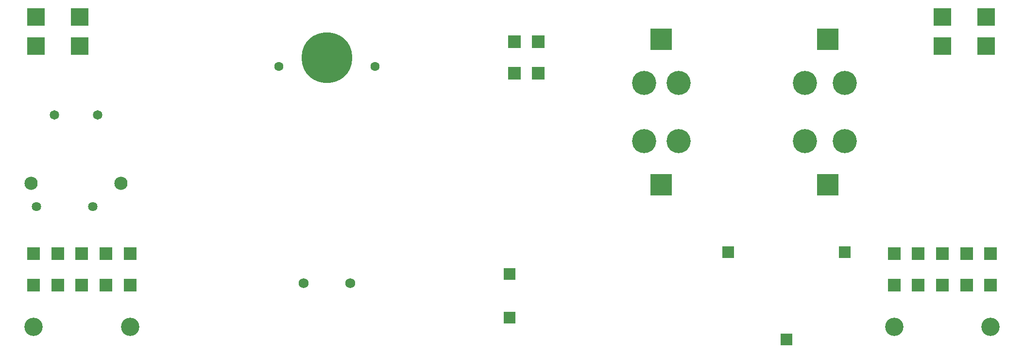
<source format=gbs>
G04 EAGLE Gerber RS-274X export*
G75*
%MOMM*%
%FSLAX34Y34*%
%LPD*%
%INSoldermask Bottom*%
%IPPOS*%
%AMOC8*
5,1,8,0,0,1.08239X$1,22.5*%
G01*
%ADD10C,1.727200*%
%ADD11C,1.600200*%
%ADD12C,8.839200*%
%ADD13R,2.303200X2.303200*%
%ADD14C,3.203200*%
%ADD15C,1.653200*%
%ADD16C,2.303200*%
%ADD17C,1.633200*%
%ADD18R,2.108200X2.108200*%
%ADD19R,3.060700X3.060700*%
%ADD20C,4.203200*%
%ADD21R,3.759200X3.759200*%


D10*
X496860Y130900D03*
X578140Y130900D03*
D11*
X453680Y509360D03*
X621320Y509360D03*
D12*
X537500Y524600D03*
D13*
X194000Y127900D03*
X152000Y127900D03*
X110000Y127900D03*
X68000Y127900D03*
X26000Y127900D03*
X68000Y182900D03*
X26000Y182900D03*
X110000Y182900D03*
X152000Y182900D03*
X194000Y182900D03*
D14*
X194000Y54900D03*
X26000Y54900D03*
D15*
X137500Y425000D03*
X62500Y425000D03*
D16*
X178500Y305000D03*
X21500Y305000D03*
D17*
X128800Y265000D03*
X31200Y265000D03*
D13*
X906000Y497500D03*
X864000Y497500D03*
X864000Y552500D03*
X906000Y552500D03*
D18*
X1440000Y185000D03*
X1236800Y185000D03*
X1338400Y32600D03*
X855800Y70700D03*
X855800Y146900D03*
D13*
X1694000Y127900D03*
X1652000Y127900D03*
X1610000Y127900D03*
X1568000Y127900D03*
X1526000Y127900D03*
X1568000Y182900D03*
X1526000Y182900D03*
X1610000Y182900D03*
X1652000Y182900D03*
X1694000Y182900D03*
D14*
X1694000Y54900D03*
X1526000Y54900D03*
D19*
X30000Y595800D03*
X106200Y595800D03*
X106200Y545000D03*
X30000Y545000D03*
X1610000Y595800D03*
X1686200Y595800D03*
X1686200Y545000D03*
X1610000Y545000D03*
D20*
X1440000Y379200D03*
X1440000Y480800D03*
X1090000Y480800D03*
X1090000Y379200D03*
D21*
X1120000Y557000D03*
X1120000Y303000D03*
X1410000Y303000D03*
X1410000Y557000D03*
D20*
X1370000Y379200D03*
X1370000Y480800D03*
X1150000Y480800D03*
X1150000Y379200D03*
M02*

</source>
